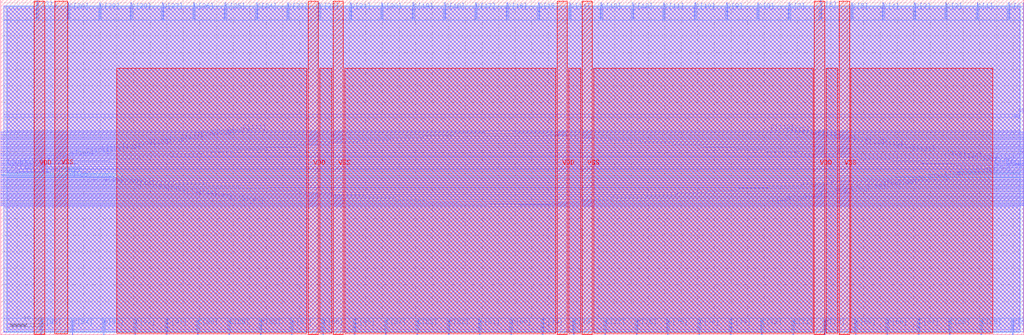
<source format=lef>
VERSION 5.7 ;
  NOWIREEXTENSIONATPIN ON ;
  DIVIDERCHAR "/" ;
  BUSBITCHARS "[]" ;
MACRO BR128
  CLASS BLOCK ;
  FOREIGN BR128 ;
  ORIGIN 0.000 0.000 ;
  SIZE 308.240 BY 100.920 ;
  PIN OUT
    PORT
      LAYER met1 ;
        RECT 305.750 65.745 306.970 66.135 ;
    END
  END OUT
  PIN C[127]
    PORT
      LAYER met1 ;
        RECT 296.865 50.150 308.240 50.455 ;
    END
  END C[127]
  PIN C[126]
    PORT
      LAYER met1 ;
        RECT 287.425 50.860 308.240 51.165 ;
    END
  END C[126]
  PIN C[125]
    PORT
      LAYER met1 ;
        RECT 277.980 51.570 308.240 51.875 ;
    END
  END C[125]
  PIN C[124]
    PORT
      LAYER met1 ;
        RECT 268.545 52.280 308.240 52.585 ;
    END
  END C[124]
  PIN C[123]
    PORT
      LAYER met1 ;
        RECT 259.095 52.990 308.240 53.295 ;
    END
  END C[123]
  PIN C[122]
    PORT
      LAYER met1 ;
        RECT 305.880 53.695 308.240 54.005 ;
    END
  END C[122]
  PIN C[121]
    PORT
      LAYER met1 ;
        RECT 240.220 54.410 308.240 54.715 ;
    END
  END C[121]
  PIN C[120]
    PORT
      LAYER met1 ;
        RECT 230.780 55.120 308.240 55.425 ;
    END
  END C[120]
  PIN C[119]
    PORT
      LAYER met1 ;
        RECT 221.375 55.830 308.240 56.135 ;
    END
  END C[119]
  PIN C[118]
    PORT
      LAYER met1 ;
        RECT 211.935 56.540 308.240 56.845 ;
    END
  END C[118]
  PIN C[117]
    PORT
      LAYER met1 ;
        RECT 202.505 57.250 308.240 57.555 ;
    END
  END C[117]
  PIN C[116]
    PORT
      LAYER met1 ;
        RECT 193.055 57.960 308.240 58.265 ;
    END
  END C[116]
  PIN C[115]
    PORT
      LAYER met1 ;
        RECT 183.615 58.670 308.240 58.975 ;
    END
  END C[115]
  PIN C[114]
    PORT
      LAYER met1 ;
        RECT 174.170 59.380 308.240 59.685 ;
    END
  END C[114]
  PIN C[113]
    PORT
      LAYER met1 ;
        RECT 164.735 60.090 308.240 60.395 ;
    END
  END C[113]
  PIN C[112]
    PORT
      LAYER met1 ;
        RECT 155.295 60.800 308.240 61.105 ;
    END
  END C[112]
  PIN C[63]
    PORT
      LAYER met1 ;
        RECT 298.015 49.440 308.240 49.745 ;
    END
  END C[63]
  PIN C[62]
    PORT
      LAYER met1 ;
        RECT 288.580 48.730 308.240 49.035 ;
    END
  END C[62]
  PIN C[61]
    PORT
      LAYER met1 ;
        RECT 279.135 48.020 308.240 48.325 ;
    END
  END C[61]
  PIN C[60]
    PORT
      LAYER met1 ;
        RECT 269.690 47.310 308.240 47.615 ;
    END
  END C[60]
  PIN C[59]
    PORT
      LAYER met1 ;
        RECT 260.255 46.600 308.240 46.905 ;
    END
  END C[59]
  PIN C[58]
    PORT
      LAYER met1 ;
        RECT 250.815 45.890 308.240 46.195 ;
    END
  END C[58]
  PIN C[57]
    PORT
      LAYER met1 ;
        RECT 241.370 45.180 308.240 45.485 ;
    END
  END C[57]
  PIN C[56]
    PORT
      LAYER met1 ;
        RECT 231.930 44.470 308.240 44.775 ;
    END
  END C[56]
  PIN C[55]
    PORT
      LAYER met1 ;
        RECT 222.540 43.760 308.240 44.065 ;
    END
  END C[55]
  PIN C[54]
    PORT
      LAYER met1 ;
        RECT 213.085 43.050 308.240 43.355 ;
    END
  END C[54]
  PIN C[53]
    PORT
      LAYER met1 ;
        RECT 203.660 42.340 308.240 42.645 ;
    END
  END C[53]
  PIN C[52]
    PORT
      LAYER met1 ;
        RECT 194.205 41.630 308.240 41.935 ;
    END
  END C[52]
  PIN C[51]
    PORT
      LAYER met1 ;
        RECT 184.755 40.920 308.240 41.225 ;
    END
  END C[51]
  PIN C[50]
    PORT
      LAYER met1 ;
        RECT 175.340 40.210 308.240 40.515 ;
    END
  END C[50]
  PIN C[49]
    PORT
      LAYER met1 ;
        RECT 165.890 39.500 308.240 39.805 ;
    END
  END C[49]
  PIN C[48]
    PORT
      LAYER met1 ;
        RECT 156.430 38.790 308.240 39.095 ;
    END
  END C[48]
  PIN RESET
    PORT
      LAYER met3 ;
        RECT 0.305 47.850 36.260 48.300 ;
    END
  END RESET
  PIN VDD
    DIRECTION INOUT ;
    USE POWER ;
    PORT
      LAYER met4 ;
        RECT 10.120 0.190 13.210 100.435 ;
    END
    PORT
      LAYER met4 ;
        RECT 92.620 0.190 95.710 100.435 ;
    END
    PORT
      LAYER met4 ;
        RECT 167.620 0.190 170.710 100.435 ;
    END
    PORT
      LAYER met4 ;
        RECT 245.120 0.190 248.210 100.435 ;
    END
  END VDD
  PIN VSS
    DIRECTION INOUT ;
    USE GROUND ; 
    PORT
      LAYER met4 ;
        RECT 16.285 0.370 20.205 100.435 ;
    END
    PORT
      LAYER met4 ;
        RECT 100.120 0.190 103.210 100.435 ;
    END
    PORT
      LAYER met4 ;
        RECT 175.120 0.190 178.210 100.435 ;
    END
    PORT
      LAYER met4 ;
        RECT 252.620 0.190 255.710 100.435 ;
    END
  END VSS
  PIN C[111]
    PORT
      LAYER met1 ;
        RECT 0.000 60.815 145.600 61.120 ;
    END
  END C[111]
  PIN C[110]
    PORT
      LAYER met1 ;
        RECT 0.000 60.105 136.160 60.410 ;
    END
  END C[110]
  PIN C[109]
    PORT
      LAYER met1 ;
        RECT 0.000 59.395 126.725 59.700 ;
    END
  END C[109]
  PIN C[108]
    PORT
      LAYER met1 ;
        RECT 0.000 58.685 117.280 58.990 ;
    END
  END C[108]
  PIN C[107]
    PORT
      LAYER met1 ;
        RECT 0.000 57.975 107.840 58.280 ;
    END
  END C[107]
  PIN C[106]
    PORT
      LAYER met1 ;
        RECT 0.000 57.265 98.390 57.570 ;
    END
  END C[106]
  PIN C[105]
    PORT
      LAYER met1 ;
        RECT 0.000 56.555 88.960 56.860 ;
    END
  END C[105]
  PIN C[104]
    PORT
      LAYER met1 ;
        RECT 0.000 55.845 79.520 56.150 ;
    END
  END C[104]
  PIN C[103]
    PORT
      LAYER met1 ;
        RECT 0.000 55.135 70.115 55.440 ;
    END
  END C[103]
  PIN C[102]
    PORT
      LAYER met1 ;
        RECT 0.000 54.425 60.675 54.730 ;
    END
  END C[102]
  PIN C[101]
    PORT
      LAYER met1 ;
        RECT 0.000 53.715 51.235 54.020 ;
    END
  END C[101]
  PIN C[100]
    PORT
      LAYER met1 ;
        RECT 0.000 53.005 41.800 53.310 ;
    END
  END C[100]
  PIN C[99]
    PORT
      LAYER met1 ;
        RECT 0.000 52.295 32.350 52.600 ;
    END
  END C[99]
  PIN C[98]
    PORT
      LAYER met1 ;
        RECT 0.000 51.585 22.915 51.890 ;
    END
  END C[98]
  PIN C[97]
    PORT
      LAYER met1 ;
        RECT 0.000 50.875 13.470 51.180 ;
    END
  END C[97]
  PIN C[96]
    PORT
      LAYER met1 ;
        RECT 0.000 50.165 4.030 50.470 ;
    END
  END C[96]
  PIN C[32]
    PORT
      LAYER met1 ;
        RECT 0.000 49.455 5.165 49.760 ;
    END
  END C[32]
  PIN C[33]
    PORT
      LAYER met1 ;
        RECT 0.000 48.745 14.600 49.050 ;
    END
  END C[33]
  PIN C[34]
    PORT
      LAYER met1 ;
        RECT 0.000 48.035 24.045 48.340 ;
    END
  END C[34]
  PIN C[35]
    PORT
      LAYER met1 ;
        RECT 0.000 47.325 33.490 47.630 ;
    END
  END C[35]
  PIN C[36]
    PORT
      LAYER met1 ;
        RECT 0.000 46.615 42.925 46.920 ;
    END
  END C[36]
  PIN C[37]
    PORT
      LAYER met1 ;
        RECT 0.000 45.905 52.365 46.210 ;
    END
  END C[37]
  PIN C[38]
    PORT
      LAYER met1 ;
        RECT 0.000 45.195 61.810 45.500 ;
    END
  END C[38]
  PIN C[39]
    PORT
      LAYER met1 ;
        RECT 0.000 44.485 71.250 44.790 ;
    END
  END C[39]
  PIN C[40]
    PORT
      LAYER met1 ;
        RECT 0.000 43.775 80.640 44.080 ;
    END
  END C[40]
  PIN C[41]
    PORT
      LAYER met1 ;
        RECT 0.000 43.065 90.095 43.370 ;
    END
  END C[41]
  PIN C[42]
    PORT
      LAYER met1 ;
        RECT 0.000 42.355 99.520 42.660 ;
    END
  END C[42]
  PIN C[43]
    PORT
      LAYER met1 ;
        RECT 0.000 41.645 108.975 41.950 ;
    END
  END C[43]
  PIN C[44]
    PORT
      LAYER met1 ;
        RECT 0.000 40.935 118.425 41.240 ;
    END
  END C[44]
  PIN C[45]
    PORT
      LAYER met1 ;
        RECT 0.000 40.225 127.840 40.530 ;
    END
  END C[45]
  PIN C[46]
    PORT
      LAYER met1 ;
        RECT 0.000 39.515 137.290 39.820 ;
    END
  END C[46]
  PIN C[47]
    PORT
      LAYER met1 ;
        RECT 0.000 38.805 146.750 39.110 ;
    END
  END C[47]
  PIN C[0]
    PORT
      LAYER met2 ;
        RECT 303.540 95.085 303.760 99.960 ;
    END
  END C[0]
  PIN C[1]
    PORT
      LAYER met2 ;
        RECT 294.100 95.085 294.320 99.960 ;
    END
  END C[1]
  PIN C[2]
    PORT
      LAYER met2 ;
        RECT 284.660 95.085 284.880 99.960 ;
    END
  END C[2]
  PIN C[3]
    PORT
      LAYER met2 ;
        RECT 275.220 95.085 275.440 99.960 ;
    END
  END C[3]
  PIN C[4]
    PORT
      LAYER met2 ;
        RECT 265.780 95.085 266.000 99.960 ;
    END
  END C[4]
  PIN C[5]
    PORT
      LAYER met2 ;
        RECT 256.340 95.085 256.560 99.960 ;
    END
  END C[5]
  PIN C[7]
    PORT
      LAYER met2 ;
        RECT 237.460 95.085 237.680 99.960 ;
    END
  END C[7]
  PIN C[8]
    PORT
      LAYER met2 ;
        RECT 228.020 95.085 228.240 99.960 ;
    END
  END C[8]
  PIN C[9]
    PORT
      LAYER met2 ;
        RECT 218.580 95.085 218.800 99.960 ;
    END
  END C[9]
  PIN C[10]
    PORT
      LAYER met2 ;
        RECT 209.140 95.085 209.360 99.960 ;
    END
  END C[10]
  PIN C[11]
    PORT
      LAYER met2 ;
        RECT 199.700 95.085 199.920 99.960 ;
    END
  END C[11]
  PIN C[12]
    PORT
      LAYER met2 ;
        RECT 190.260 95.085 190.480 99.960 ;
    END
  END C[12]
  PIN C[13]
    PORT
      LAYER met2 ;
        RECT 180.820 95.085 181.040 99.960 ;
    END
  END C[13]
  PIN C[14]
    PORT
      LAYER met2 ;
        RECT 171.380 95.085 171.600 99.960 ;
    END
  END C[14]
  PIN C[15]
    PORT
      LAYER met2 ;
        RECT 161.940 95.085 162.160 99.960 ;
    END
  END C[15]
  PIN C[16]
    PORT
      LAYER met2 ;
        RECT 152.500 95.085 152.720 99.960 ;
    END
  END C[16]
  PIN C[17]
    PORT
      LAYER met2 ;
        RECT 143.060 95.085 143.280 99.960 ;
    END
  END C[17]
  PIN C[18]
    PORT
      LAYER met2 ;
        RECT 133.620 95.085 133.840 99.960 ;
    END
  END C[18]
  PIN C[19]
    PORT
      LAYER met2 ;
        RECT 124.180 95.085 124.400 99.960 ;
    END
  END C[19]
  PIN C[20]
    PORT
      LAYER met2 ;
        RECT 114.740 95.085 114.960 99.960 ;
    END
  END C[20]
  PIN C[21]
    PORT
      LAYER met2 ;
        RECT 105.300 95.085 105.520 99.960 ;
    END
  END C[21]
  PIN C[22]
    PORT
      LAYER met2 ;
        RECT 95.860 95.085 96.080 99.960 ;
    END
  END C[22]
  PIN C[23]
    PORT
      LAYER met2 ;
        RECT 86.420 95.085 86.640 99.960 ;
    END
  END C[23]
  PIN C[24]
    PORT
      LAYER met2 ;
        RECT 76.980 95.085 77.200 99.960 ;
    END
  END C[24]
  PIN C[25]
    PORT
      LAYER met2 ;
        RECT 67.540 95.085 67.760 99.960 ;
    END
  END C[25]
  PIN C[26]
    PORT
      LAYER met2 ;
        RECT 58.100 95.085 58.320 99.960 ;
    END
  END C[26]
  PIN C[27]
    PORT
      LAYER met2 ;
        RECT 48.660 95.085 48.880 99.960 ;
    END
  END C[27]
  PIN C[28]
    PORT
      LAYER met2 ;
        RECT 39.220 95.085 39.440 99.960 ;
    END
  END C[28]
  PIN C[29]
    PORT
      LAYER met2 ;
        RECT 29.780 95.085 30.000 99.960 ;
    END
  END C[29]
  PIN C[30]
    PORT
      LAYER met2 ;
        RECT 20.340 95.085 20.560 99.960 ;
    END
  END C[30]
  PIN C[6]
    PORT
      LAYER met2 ;
        RECT 246.900 95.085 247.120 100.755 ;
    END
  END C[6]
  PIN C[31]
    PORT
      LAYER met2 ;
        RECT 10.900 95.085 11.120 100.920 ;
    END
  END C[31]
  PIN C[95]
    PORT
      LAYER met2 ;
        RECT 12.045 0.000 12.325 4.650 ;
    END
  END C[95]
  PIN C[94]
    PORT
      LAYER met2 ;
        RECT 21.485 0.000 21.765 4.650 ;
    END
  END C[94]
  PIN C[93]
    PORT
      LAYER met2 ;
        RECT 30.925 0.000 31.205 4.650 ;
    END
  END C[93]
  PIN C[92]
    PORT
      LAYER met2 ;
        RECT 40.365 0.000 40.645 4.650 ;
    END
  END C[92]
  PIN C[91]
    PORT
      LAYER met2 ;
        RECT 49.805 0.000 50.085 4.650 ;
    END
  END C[91]
  PIN C[90]
    PORT
      LAYER met2 ;
        RECT 59.245 0.000 59.525 4.650 ;
    END
  END C[90]
  PIN C[89]
    PORT
      LAYER met2 ;
        RECT 68.685 0.000 68.965 4.650 ;
    END
  END C[89]
  PIN C[88]
    PORT
      LAYER met2 ;
        RECT 78.125 0.000 78.405 4.650 ;
    END
  END C[88]
  PIN C[87]
    PORT
      LAYER met2 ;
        RECT 87.565 0.000 87.845 4.650 ;
    END
  END C[87]
  PIN C[86]
    PORT
      LAYER met2 ;
        RECT 97.005 0.000 97.285 4.650 ;
    END
  END C[86]
  PIN C[85]
    PORT
      LAYER met2 ;
        RECT 106.445 0.000 106.725 4.650 ;
    END
  END C[85]
  PIN C[84]
    PORT
      LAYER met2 ;
        RECT 115.885 0.000 116.165 4.650 ;
    END
  END C[84]
  PIN C[83]
    PORT
      LAYER met2 ;
        RECT 125.325 0.000 125.605 4.650 ;
    END
  END C[83]
  PIN C[82]
    PORT
      LAYER met2 ;
        RECT 134.765 0.000 135.045 4.650 ;
    END
  END C[82]
  PIN C[81]
    PORT
      LAYER met2 ;
        RECT 144.205 0.000 144.485 4.650 ;
    END
  END C[81]
  PIN C[80]
    PORT
      LAYER met2 ;
        RECT 153.645 0.000 153.925 4.650 ;
    END
  END C[80]
  PIN C[79]
    PORT
      LAYER met2 ;
        RECT 163.085 0.000 163.365 4.650 ;
    END
  END C[79]
  PIN C[78]
    PORT
      LAYER met2 ;
        RECT 172.525 0.000 172.805 4.650 ;
    END
  END C[78]
  PIN C[77]
    PORT
      LAYER met2 ;
        RECT 181.965 0.000 182.245 4.650 ;
    END
  END C[77]
  PIN C[76]
    PORT
      LAYER met2 ;
        RECT 191.405 0.000 191.685 4.650 ;
    END
  END C[76]
  PIN C[75]
    PORT
      LAYER met2 ;
        RECT 200.845 0.000 201.125 4.650 ;
    END
  END C[75]
  PIN C[74]
    PORT
      LAYER met2 ;
        RECT 210.285 0.000 210.565 4.650 ;
    END
  END C[74]
  PIN C[73]
    PORT
      LAYER met2 ;
        RECT 219.725 0.000 220.005 4.650 ;
    END
  END C[73]
  PIN C[72]
    PORT
      LAYER met2 ;
        RECT 229.165 0.000 229.445 4.650 ;
    END
  END C[72]
  PIN C[71]
    PORT
      LAYER met2 ;
        RECT 238.605 0.000 238.885 4.650 ;
    END
  END C[71]
  PIN C[70]
    PORT
      LAYER met2 ;
        RECT 248.045 0.000 248.325 4.650 ;
    END
  END C[70]
  PIN C[69]
    PORT
      LAYER met2 ;
        RECT 257.485 0.000 257.765 4.650 ;
    END
  END C[69]
  PIN C[68]
    PORT
      LAYER met2 ;
        RECT 266.925 0.000 267.205 4.650 ;
    END
  END C[68]
  PIN C[67]
    PORT
      LAYER met2 ;
        RECT 276.365 0.000 276.645 4.650 ;
    END
  END C[67]
  PIN C[66]
    PORT
      LAYER met2 ;
        RECT 285.805 0.000 286.085 4.650 ;
    END
  END C[66]
  PIN C[65]
    PORT
      LAYER met2 ;
        RECT 295.245 0.000 295.525 4.650 ;
    END
  END C[65]
  PIN C[64]
    PORT
      LAYER met2 ;
        RECT 304.685 0.000 304.965 4.650 ;
    END
  END C[64]
  OBS
      LAYER li1 ;
        RECT 1.990 1.550 306.965 98.185 ;
      LAYER met1 ;
        RECT 0.870 66.415 307.155 99.045 ;
        RECT 0.870 65.465 305.470 66.415 ;
        RECT 0.870 61.400 307.155 65.465 ;
        RECT 145.880 61.385 307.155 61.400 ;
        RECT 145.880 60.535 155.015 61.385 ;
        RECT 136.440 60.520 155.015 60.535 ;
        RECT 136.440 59.825 164.455 60.520 ;
        RECT 127.005 59.810 164.455 59.825 ;
        RECT 127.005 59.115 173.890 59.810 ;
        RECT 117.560 59.100 173.890 59.115 ;
        RECT 117.560 58.405 183.335 59.100 ;
        RECT 108.120 58.390 183.335 58.405 ;
        RECT 108.120 57.695 192.775 58.390 ;
        RECT 98.670 57.680 192.775 57.695 ;
        RECT 98.670 56.985 202.225 57.680 ;
        RECT 89.240 56.970 202.225 56.985 ;
        RECT 89.240 56.275 211.655 56.970 ;
        RECT 79.800 56.260 211.655 56.275 ;
        RECT 79.800 55.565 221.095 56.260 ;
        RECT 70.395 55.550 221.095 55.565 ;
        RECT 70.395 54.855 230.500 55.550 ;
        RECT 60.955 54.840 230.500 54.855 ;
        RECT 60.955 54.145 239.940 54.840 ;
        RECT 51.515 54.130 239.940 54.145 ;
        RECT 51.515 53.575 305.600 54.130 ;
        RECT 51.515 53.435 258.815 53.575 ;
        RECT 42.080 52.725 258.815 53.435 ;
        RECT 32.630 52.710 258.815 52.725 ;
        RECT 32.630 52.015 268.265 52.710 ;
        RECT 23.195 52.000 268.265 52.015 ;
        RECT 23.195 51.305 277.700 52.000 ;
        RECT 13.750 51.290 277.700 51.305 ;
        RECT 13.750 50.595 287.145 51.290 ;
        RECT 4.310 50.580 287.145 50.595 ;
        RECT 4.310 50.040 296.585 50.580 ;
        RECT 5.445 49.870 296.585 50.040 ;
        RECT 5.445 49.330 297.735 49.870 ;
        RECT 14.880 49.315 297.735 49.330 ;
        RECT 14.880 48.620 288.300 49.315 ;
        RECT 24.325 48.605 288.300 48.620 ;
        RECT 24.325 47.910 278.855 48.605 ;
        RECT 33.770 47.895 278.855 47.910 ;
        RECT 33.770 47.200 269.410 47.895 ;
        RECT 43.205 47.185 269.410 47.200 ;
        RECT 43.205 46.490 259.975 47.185 ;
        RECT 52.645 46.475 259.975 46.490 ;
        RECT 52.645 45.780 250.535 46.475 ;
        RECT 62.090 45.765 250.535 45.780 ;
        RECT 62.090 45.070 241.090 45.765 ;
        RECT 71.530 45.055 241.090 45.070 ;
        RECT 71.530 44.360 231.650 45.055 ;
        RECT 80.920 44.345 231.650 44.360 ;
        RECT 80.920 43.650 222.260 44.345 ;
        RECT 90.375 43.635 222.260 43.650 ;
        RECT 90.375 42.940 212.805 43.635 ;
        RECT 99.800 42.925 212.805 42.940 ;
        RECT 99.800 42.230 203.380 42.925 ;
        RECT 109.255 42.215 203.380 42.230 ;
        RECT 109.255 41.520 193.925 42.215 ;
        RECT 118.705 41.505 193.925 41.520 ;
        RECT 118.705 40.810 184.475 41.505 ;
        RECT 128.120 40.795 184.475 40.810 ;
        RECT 128.120 40.100 175.060 40.795 ;
        RECT 137.570 40.085 175.060 40.100 ;
        RECT 137.570 39.390 165.610 40.085 ;
        RECT 147.030 39.375 165.610 39.390 ;
        RECT 147.030 38.525 156.150 39.375 ;
        RECT 0.870 38.510 156.150 38.525 ;
        RECT 0.870 0.690 307.155 38.510 ;
      LAYER met2 ;
        RECT 0.905 94.805 10.620 98.795 ;
        RECT 11.400 94.805 20.060 98.795 ;
        RECT 20.840 94.805 29.500 98.795 ;
        RECT 30.280 94.805 38.940 98.795 ;
        RECT 39.720 94.805 48.380 98.795 ;
        RECT 49.160 94.805 57.820 98.795 ;
        RECT 58.600 94.805 67.260 98.795 ;
        RECT 68.040 94.805 76.700 98.795 ;
        RECT 77.480 94.805 86.140 98.795 ;
        RECT 86.920 94.805 95.580 98.795 ;
        RECT 96.360 94.805 105.020 98.795 ;
        RECT 105.800 94.805 114.460 98.795 ;
        RECT 115.240 94.805 123.900 98.795 ;
        RECT 124.680 94.805 133.340 98.795 ;
        RECT 134.120 94.805 142.780 98.795 ;
        RECT 143.560 94.805 152.220 98.795 ;
        RECT 153.000 94.805 161.660 98.795 ;
        RECT 162.440 94.805 171.100 98.795 ;
        RECT 171.880 94.805 180.540 98.795 ;
        RECT 181.320 94.805 189.980 98.795 ;
        RECT 190.760 94.805 199.420 98.795 ;
        RECT 200.200 94.805 208.860 98.795 ;
        RECT 209.640 94.805 218.300 98.795 ;
        RECT 219.080 94.805 227.740 98.795 ;
        RECT 228.520 94.805 237.180 98.795 ;
        RECT 237.960 94.805 246.620 98.795 ;
        RECT 247.400 94.805 256.060 98.795 ;
        RECT 256.840 94.805 265.500 98.795 ;
        RECT 266.280 94.805 274.940 98.795 ;
        RECT 275.720 94.805 284.380 98.795 ;
        RECT 285.160 94.805 293.820 98.795 ;
        RECT 294.600 94.805 303.260 98.795 ;
        RECT 304.040 94.805 308.100 98.795 ;
        RECT 0.905 4.930 308.100 94.805 ;
        RECT 0.905 0.940 11.765 4.930 ;
        RECT 12.605 0.940 21.205 4.930 ;
        RECT 22.045 0.940 30.645 4.930 ;
        RECT 31.485 0.940 40.085 4.930 ;
        RECT 40.925 0.940 49.525 4.930 ;
        RECT 50.365 0.940 58.965 4.930 ;
        RECT 59.805 0.940 68.405 4.930 ;
        RECT 69.245 0.940 77.845 4.930 ;
        RECT 78.685 0.940 87.285 4.930 ;
        RECT 88.125 0.940 96.725 4.930 ;
        RECT 97.565 0.940 106.165 4.930 ;
        RECT 107.005 0.940 115.605 4.930 ;
        RECT 116.445 0.940 125.045 4.930 ;
        RECT 125.885 0.940 134.485 4.930 ;
        RECT 135.325 0.940 143.925 4.930 ;
        RECT 144.765 0.940 153.365 4.930 ;
        RECT 154.205 0.940 162.805 4.930 ;
        RECT 163.645 0.940 172.245 4.930 ;
        RECT 173.085 0.940 181.685 4.930 ;
        RECT 182.525 0.940 191.125 4.930 ;
        RECT 191.965 0.940 200.565 4.930 ;
        RECT 201.405 0.940 210.005 4.930 ;
        RECT 210.845 0.940 219.445 4.930 ;
        RECT 220.285 0.940 228.885 4.930 ;
        RECT 229.725 0.940 238.325 4.930 ;
        RECT 239.165 0.940 247.765 4.930 ;
        RECT 248.605 0.940 257.205 4.930 ;
        RECT 258.045 0.940 266.645 4.930 ;
        RECT 267.485 0.940 276.085 4.930 ;
        RECT 276.925 0.940 285.525 4.930 ;
        RECT 286.365 0.940 294.965 4.930 ;
        RECT 295.805 0.940 304.405 4.930 ;
        RECT 305.245 0.940 308.100 4.930 ;
      LAYER met3 ;
        RECT 1.800 48.700 307.155 99.050 ;
        RECT 36.660 47.450 307.155 48.700 ;
        RECT 1.800 0.685 307.155 47.450 ;
      LAYER met4 ;
        RECT 35.020 0.400 92.220 80.295 ;
        RECT 96.110 0.400 99.720 80.295 ;
        RECT 103.610 0.400 167.220 80.295 ;
        RECT 171.110 0.400 174.720 80.295 ;
        RECT 178.610 0.400 244.720 80.295 ;
        RECT 248.610 0.400 252.220 80.295 ;
        RECT 256.110 0.400 298.835 80.295 ;
  END
END BR128
END LIBRARY


</source>
